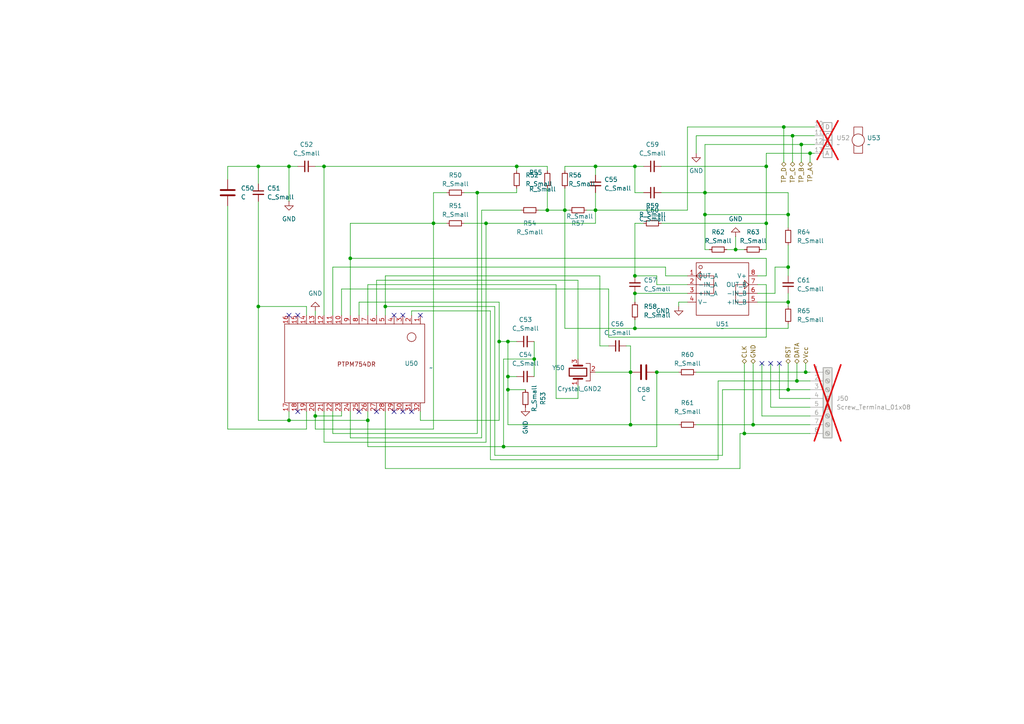
<source format=kicad_sch>
(kicad_sch (version 20250114) (generator "eeschema") (generator_version "9.0")
  (paper "A4")
  (lib_symbols
    (symbol "Connector:Screw_Terminal_01x08" (pin_names (offset 1.016) (hide yes))
      (property "Reference" "J" (at 0 10.16 0))
      (property "Value" "Screw_Terminal_01x08" (at 0 -12.7 0))
      (symbol "Screw_Terminal_01x08_1_1"
        (rectangle (start -1.27 8.89) (end 1.27 -11.43) (stroke (width 0.254)) (fill (type background)))
        (polyline (pts (xy -0.5334 7.9502) (xy 0.3302 7.112)) (stroke (width 0.1524)))
        (polyline (pts (xy -0.5334 5.4102) (xy 0.3302 4.572)) (stroke (width 0.1524)))
        (polyline (pts (xy -0.5334 2.8702) (xy 0.3302 2.032)) (stroke (width 0.1524)))
        (polyline (pts (xy -0.5334 0.3302) (xy 0.3302 -0.508)) (stroke (width 0.1524)))
        (polyline (pts (xy -0.5334 -2.2098) (xy 0.3302 -3.048)) (stroke (width 0.1524)))
        (polyline (pts (xy -0.5334 -4.7498) (xy 0.3302 -5.588)) (stroke (width 0.1524)))
        (polyline (pts (xy -0.5334 -7.2898) (xy 0.3302 -8.128)) (stroke (width 0.1524)))
        (polyline (pts (xy -0.5334 -9.8298) (xy 0.3302 -10.668)) (stroke (width 0.1524)))
        (polyline (pts (xy -0.3556 8.128) (xy 0.508 7.2898)) (stroke (width 0.1524)))
        (polyline (pts (xy -0.3556 5.588) (xy 0.508 4.7498)) (stroke (width 0.1524)))
        (polyline (pts (xy -0.3556 3.048) (xy 0.508 2.2098)) (stroke (width 0.1524)))
        (polyline (pts (xy -0.3556 0.508) (xy 0.508 -0.3302)) (stroke (width 0.1524)))
        (polyline (pts (xy -0.3556 -2.032) (xy 0.508 -2.8702)) (stroke (width 0.1524)))
        (polyline (pts (xy -0.3556 -4.572) (xy 0.508 -5.4102)) (stroke (width 0.1524)))
        (polyline (pts (xy -0.3556 -7.112) (xy 0.508 -7.9502)) (stroke (width 0.1524)))
        (polyline (pts (xy -0.3556 -9.652) (xy 0.508 -10.4902)) (stroke (width 0.1524)))
        (circle (center 0 7.62) (radius 0.635) (stroke (width 0.1524)))
        (circle (center 0 5.08) (radius 0.635) (stroke (width 0.1524)))
        (circle (center 0 2.54) (radius 0.635) (stroke (width 0.1524)))
        (circle (center 0 0) (radius 0.635) (stroke (width 0.1524)))
        (circle (center 0 -2.54) (radius 0.635) (stroke (width 0.1524)))
        (circle (center 0 -5.08) (radius 0.635) (stroke (width 0.1524)))
        (circle (center 0 -7.62) (radius 0.635) (stroke (width 0.1524)))
        (circle (center 0 -10.16) (radius 0.635) (stroke (width 0.1524)))
        (pin passive line (at -5.08 7.62 0) (length 3.81) (name "Pin_1") (number "1"))
        (pin passive line (at -5.08 5.08 0) (length 3.81) (name "Pin_2") (number "2"))
        (pin passive line (at -5.08 2.54 0) (length 3.81) (name "Pin_3") (number "3"))
        (pin passive line (at -5.08 0 0) (length 3.81) (name "Pin_4") (number "4"))
        (pin passive line (at -5.08 -2.54 0) (length 3.81) (name "Pin_5") (number "5"))
        (pin passive line (at -5.08 -5.08 0) (length 3.81) (name "Pin_6") (number "6"))
        (pin passive line (at -5.08 -7.62 0) (length 3.81) (name "Pin_7") (number "7"))
        (pin passive line (at -5.08 -10.16 0) (length 3.81) (name "Pin_8") (number "8"))
      )
    )
    (symbol "Device:C" (pin_numbers (hide yes)) (pin_names (offset 0.254))
      (property "Reference" "C" (at 0.635 2.54 0))
      (property "Value" "C" (at 0.635 -2.54 0))
      (symbol "C_0_1"
        (polyline (pts (xy -2.032 0.762) (xy 2.032 0.762)) (stroke (width 0.508)))
        (polyline (pts (xy -2.032 -0.762) (xy 2.032 -0.762)) (stroke (width 0.508)))
      )
      (symbol "C_1_1"
        (pin passive line (at 0 3.81 270) (length 2.794) (name "~") (number "1"))
        (pin passive line (at 0 -3.81 90) (length 2.794) (name "~") (number "2"))
      )
    )
    (symbol "Device:C_Small" (pin_numbers (hide yes)) (pin_names (offset 0.254) (hide yes))
      (property "Reference" "C" (at 0.254 1.778 0))
      (property "Value" "C_Small" (at 0.254 -2.032 0))
      (symbol "C_Small_0_1"
        (polyline (pts (xy -1.524 0.508) (xy 1.524 0.508)) (stroke (width 0.3048)))
        (polyline (pts (xy -1.524 -0.508) (xy 1.524 -0.508)) (stroke (width 0.3302)))
      )
      (symbol "C_Small_1_1"
        (pin passive line (at 0 2.54 270) (length 2.032) (name "~") (number "1"))
        (pin passive line (at 0 -2.54 90) (length 2.032) (name "~") (number "2"))
      )
    )
    (symbol "Device:Crystal_GND2" (pin_names (offset 1.016) (hide yes))
      (property "Reference" "Y" (at 0 5.715 0))
      (property "Value" "Crystal_GND2" (at 0 3.81 0))
      (symbol "Crystal_GND2_0_1"
        (polyline (pts (xy -2.54 0) (xy -1.905 0)))
        (polyline (pts (xy -2.54 -2.286) (xy -2.54 -3.556) (xy 2.54 -3.556) (xy 2.54 -2.286)))
        (polyline (pts (xy -1.905 -1.27) (xy -1.905 1.27)) (stroke (width 0.508)))
        (rectangle (start -1.143 2.54) (end 1.143 -2.54) (stroke (width 0.3048)))
        (polyline (pts (xy 0 -3.81) (xy 0 -3.556)))
        (polyline (pts (xy 1.905 1.27) (xy 1.905 -1.27)) (stroke (width 0.508)))
        (polyline (pts (xy 1.905 0) (xy 2.54 0)))
      )
      (symbol "Crystal_GND2_1_1"
        (pin passive line (at -3.81 0 0) (length 1.27) (name "1") (number "1"))
        (pin passive line (at 0 -5.08 90) (length 1.27) (name "2") (number "2"))
        (pin passive line (at 3.81 0 180) (length 1.27) (name "3") (number "3"))
      )
    )
    (symbol "Device:R_Small" (pin_numbers (hide yes)) (pin_names (offset 0.254) (hide yes))
      (property "Reference" "R" (at 0.762 0.508 0))
      (property "Value" "R_Small" (at 0.762 -1.016 0))
      (symbol "R_Small_0_1"
        (rectangle (start -0.762 1.778) (end 0.762 -1.778) (stroke (width 0.2032)))
      )
      (symbol "R_Small_1_1"
        (pin passive line (at 0 2.54 270) (length 0.762) (name "~") (number "1"))
        (pin passive line (at 0 -2.54 90) (length 0.762) (name "~") (number "2"))
      )
    )
    (symbol "Trackpoint:Connector"
      (property "Reference" "U" (at -7.112 0 0))
      (symbol "Connector_0_1"
        (rectangle (start -5.08 1.27) (end 5.08 -1.27))
        (rectangle (start -2.54 1.27) (end 0 -1.27))
        (rectangle (start -2.54 -1.27) (end -5.08 1.27))
        (rectangle (start 0 1.27) (end 2.54 -1.27))
        (rectangle (start 2.54 1.27) (end 5.08 -1.27))
      )
      (symbol "Connector_1_1"
        (pin bidirectional line (at -3.81 -3.81 90) (length 2.54) (name "D") (number "10"))
        (pin bidirectional line (at -1.27 -3.81 90) (length 2.54) (name "C") (number "11"))
        (pin bidirectional line (at 1.27 -3.81 90) (length 2.54) (name "B") (number "12"))
        (pin bidirectional line (at 3.81 -3.81 90) (length 2.54) (name "A") (number "13"))
      )
    )
    (symbol "Trackpoint:LMC6032"
      (property "Reference" "U" (at 0 -1.524 0))
      (symbol "LMC6032_0_1"
        (rectangle (start -7.62 11.43) (end 7.62 -3.81))
        (polyline (pts (xy -7.62 5.08) (xy -3.81 5.08) (xy -2.54 5.08) (xy -2.54 7.62) (xy -7.62 7.62) (xy -6.35 8.89) (xy -6.35 6.35) (xy -7.62 7.62)))
        (polyline (pts (xy -7.62 2.54) (xy -2.54 2.54) (xy -2.54 5.08)))
        (circle (center -6.35 10.16) (radius 0.5))
        (polyline (pts (xy 7.62 5.08) (xy 6.35 6.35) (xy 6.35 3.81) (xy 7.62 5.08)))
        (polyline (pts (xy 7.62 2.54) (xy 3.81 2.54) (xy 3.81 5.08) (xy 6.35 5.08)))
        (polyline (pts (xy 7.62 0) (xy 3.81 0) (xy 3.81 2.54)))
      )
      (symbol "LMC6032_1_1"
        (pin output line (at -10.16 7.62 0) (length 2.54) (name "OUT_A") (number "1"))
        (pin input line (at -10.16 5.08 0) (length 2.54) (name "-IN_A") (number "2"))
        (pin input line (at -10.16 2.54 0) (length 2.54) (name "+IN_A") (number "3"))
        (pin power_in line (at -10.16 0 0) (length 2.54) (name "V-") (number "4"))
        (pin power_in line (at 10.16 7.62 180) (length 2.54) (name "V+") (number "8"))
        (pin output line (at 10.16 5.08 180) (length 2.54) (name "OUT_B") (number "7"))
        (pin input line (at 10.16 2.54 180) (length 2.54) (name "-IN_B") (number "6"))
        (pin input line (at 10.16 0 180) (length 2.54) (name "+IN_B") (number "5"))
      )
    )
    (symbol "Trackpoint:PTPM754DR"
      (property "Reference" "U" (at 0 -2.286 0))
      (symbol "PTPM754DR_0_1"
        (rectangle (start -20.32 11.43) (end 20.32 -11.43))
        (arc (start 15.24 7.62) (mid 15.612 8.518) (end 16.51 8.89))
        (arc (start 16.51 8.89) (mid 17.408 8.518) (end 17.78 7.62))
        (arc (start 16.51 6.35) (mid 15.612 6.722) (end 15.24 7.62))
        (arc (start 17.78 7.62) (mid 17.408 6.722) (end 16.51 6.35))
      )
      (symbol "PTPM754DR_1_1"
        (text "PTPM754DR" (at 0.508 -0.254 0) (effects (font (size 1.27 1.27))))
        (pin bidirectional line (at -19.05 13.97 270) (length 2.54) (name "") (number "16"))
        (pin bidirectional line (at -19.05 -13.97 90) (length 2.54) (name "") (number "17"))
        (pin bidirectional line (at -16.51 13.97 270) (length 2.54) (name "") (number "15"))
        (pin bidirectional line (at -16.51 -13.97 90) (length 2.54) (name "") (number "18"))
        (pin bidirectional line (at -13.97 13.97 270) (length 2.54) (name "") (number "14"))
        (pin bidirectional line (at -13.97 -13.97 90) (length 2.54) (name "") (number "19"))
        (pin bidirectional line (at -11.43 13.97 270) (length 2.54) (name "") (number "13"))
        (pin bidirectional line (at -11.43 -13.97 90) (length 2.54) (name "") (number "20"))
        (pin bidirectional line (at -8.89 13.97 270) (length 2.54) (name "") (number "12"))
        (pin bidirectional line (at -8.89 -13.97 90) (length 2.54) (name "") (number "21"))
        (pin bidirectional line (at -6.35 13.97 270) (length 2.54) (name "") (number "11"))
        (pin bidirectional line (at -6.35 -13.97 90) (length 2.54) (name "") (number "22"))
        (pin bidirectional line (at -3.81 13.97 270) (length 2.54) (name "") (number "10"))
        (pin bidirectional line (at -3.81 -13.97 90) (length 2.54) (name "") (number "23"))
        (pin bidirectional line (at -1.27 13.97 270) (length 2.54) (name "") (number "9"))
        (pin bidirectional line (at -1.27 -13.97 90) (length 2.54) (name "") (number "24"))
        (pin bidirectional line (at 1.27 13.97 270) (length 2.54) (name "") (number "8"))
        (pin bidirectional line (at 1.27 -13.97 90) (length 2.54) (name "") (number "25"))
        (pin bidirectional line (at 3.81 13.97 270) (length 2.54) (name "") (number "7"))
        (pin bidirectional line (at 3.81 -13.97 90) (length 2.54) (name "") (number "26"))
        (pin bidirectional line (at 6.35 13.97 270) (length 2.54) (name "") (number "6"))
        (pin bidirectional line (at 6.35 -13.97 90) (length 2.54) (name "") (number "27"))
        (pin bidirectional line (at 8.89 13.97 270) (length 2.54) (name "") (number "5"))
        (pin bidirectional line (at 8.89 -13.97 90) (length 2.54) (name "") (number "28"))
        (pin bidirectional line (at 11.43 13.97 270) (length 2.54) (name "") (number "4"))
        (pin bidirectional line (at 11.43 -13.97 90) (length 2.54) (name "") (number "29"))
        (pin bidirectional line (at 13.97 13.97 270) (length 2.54) (name "") (number "3"))
        (pin bidirectional line (at 13.97 -13.97 90) (length 2.54) (name "") (number "30"))
        (pin bidirectional line (at 16.51 13.97 270) (length 2.54) (name "") (number "2"))
        (pin bidirectional line (at 16.51 -13.97 90) (length 2.54) (name "") (number "31"))
        (pin bidirectional line (at 19.05 13.97 270) (length 2.54) (name "") (number "1"))
        (pin bidirectional line (at 19.05 -13.97 90) (length 2.54) (name "") (number "32"))
      )
    )
    (symbol "Trackpoint:Sensor"
      (property "Reference" "U" (at 0 0 0))
      (symbol "Sensor_0_1"
        (polyline (pts (xy -1.27 -1.27) (xy -1.27 -3.81) (xy 1.27 -3.81) (xy 1.27 -1.27)))
        (circle (center 0 0) (radius 1.7961))
        (polyline (pts (xy 1.27 1.27) (xy 1.27 3.81) (xy -1.27 3.81) (xy -1.27 1.27)))
      )
    )
    (symbol "power:GND" (power) (pin_numbers (hide yes)) (pin_names (offset 0) (hide yes))
      (property "Value" "GND" (at 0 -3.81 0))
      (symbol "GND_0_1"
        (polyline (pts (xy 0 0) (xy 0 -1.27) (xy 1.27 -1.27) (xy 0 -2.54) (xy -1.27 -1.27) (xy 0 -1.27)))
      )
      (symbol "GND_1_1"
        (pin power_in line (at 0 0 270) (length 0) (name "~") (number "1"))
      )
    )
  )
  (junction (at 222.25 48.26))
  (junction (at 149.86 48.26))
  (junction (at 83.82 121.92))
  (junction (at 228.6 62.23))
  (junction (at 83.82 48.26))
  (junction (at 144.78 99.06))
  (junction (at 158.75 60.96))
  (junction (at 111.76 88.9))
  (junction (at 184.15 80.01))
  (junction (at 93.98 48.26))
  (junction (at 140.97 64.77))
  (junction (at 147.32 99.06))
  (junction (at 101.6 74.93))
  (junction (at 182.88 107.95))
  (junction (at 184.15 48.26))
  (junction (at 74.93 48.26))
  (junction (at 154.94 104.14))
  (junction (at 163.83 60.96))
  (junction (at 147.32 113.03))
  (junction (at 184.15 85.09))
  (junction (at 190.5 107.95))
  (junction (at 74.93 88.9))
  (junction (at 233.68 107.95))
  (junction (at 204.47 62.23))
  (junction (at 125.73 64.77))
  (junction (at 91.44 120.65))
  (junction (at 228.6 77.47))
  (junction (at 184.15 95.25))
  (junction (at 172.72 60.96))
  (junction (at 172.72 48.26))
  (junction (at 106.68 121.92))
  (junction (at 229.87 39.37))
  (junction (at 228.6 113.03))
  (junction (at 182.88 123.19))
  (junction (at 228.6 87.63))
  (junction (at 222.25 64.77))
  (junction (at 234.95 44.45))
  (junction (at 213.36 72.39))
  (junction (at 215.9 125.73))
  (junction (at 147.32 109.22))
  (junction (at 232.41 41.91))
  (junction (at 146.05 129.54))
  (junction (at 218.44 123.19))
  (junction (at 138.43 55.88))
  (junction (at 204.47 55.88))
  (junction (at 231.14 110.49))
  (junction (at 227.33 36.83))
  (no_connect (at 119.38 119.38))
  (no_connect (at 109.22 119.38))
  (no_connect (at 116.84 91.44))
  (no_connect (at 220.98 105.41))
  (no_connect (at 116.84 119.38))
  (no_connect (at 121.92 91.44))
  (no_connect (at 86.36 119.38))
  (no_connect (at 83.82 91.44))
  (no_connect (at 223.52 105.41))
  (no_connect (at 104.14 119.38))
  (no_connect (at 226.06 105.41))
  (no_connect (at 114.3 119.38))
  (no_connect (at 114.3 91.44))
  (no_connect (at 86.36 91.44))
  (wire (pts (xy 149.86 99.06) (xy 147.32 99.06)))
  (wire (pts (xy 146.05 129.54) (xy 146.05 104.14)))
  (wire (pts (xy 172.72 55.88) (xy 172.72 60.96)))
  (wire (pts (xy 101.6 127) (xy 139.7 127)))
  (wire (pts (xy 172.72 107.95) (xy 182.88 107.95)))
  (wire (pts (xy 201.93 123.19) (xy 218.44 123.19)))
  (wire (pts (xy 129.54 64.77) (xy 125.73 64.77)))
  (wire (pts (xy 147.32 113.03) (xy 147.32 123.19)))
  (wire (pts (xy 229.87 39.37) (xy 236.22 39.37)))
  (wire (pts (xy 147.32 123.19) (xy 182.88 123.19)))
  (wire (pts (xy 66.04 48.26) (xy 66.04 52.07)))
  (wire (pts (xy 182.88 107.95) (xy 182.88 123.19)))
  (wire (pts (xy 143.51 88.9) (xy 143.51 132.08)))
  (wire (pts (xy 199.39 36.83) (xy 227.33 36.83)))
  (wire (pts (xy 228.6 55.88) (xy 228.6 62.23)))
  (wire (pts (xy 154.94 99.06) (xy 154.94 104.14)))
  (wire (pts (xy 220.98 105.41) (xy 220.98 120.65)))
  (wire (pts (xy 93.98 119.38) (xy 93.98 128.27)))
  (wire (pts (xy 104.14 91.44) (xy 104.14 87.63)))
  (wire (pts (xy 146.05 104.14) (xy 154.94 104.14)))
  (wire (pts (xy 165.1 60.96) (xy 163.83 60.96)))
  (wire (pts (xy 215.9 125.73) (xy 234.95 125.73)))
  (wire (pts (xy 199.39 36.83) (xy 199.39 60.96)))
  (wire (pts (xy 222.25 80.01) (xy 219.71 80.01)))
  (wire (pts (xy 149.86 55.88) (xy 149.86 54.61)))
  (wire (pts (xy 226.06 105.41) (xy 226.06 115.57)))
  (wire (pts (xy 152.4 113.03) (xy 147.32 113.03)))
  (wire (pts (xy 167.64 115.57) (xy 167.64 111.76)))
  (wire (pts (xy 140.97 64.77) (xy 140.97 128.27)))
  (wire (pts (xy 204.47 72.39) (xy 205.74 72.39)))
  (wire (pts (xy 104.14 87.63) (xy 144.78 87.63)))
  (wire (pts (xy 147.32 109.22) (xy 147.32 113.03)))
  (wire (pts (xy 184.15 87.63) (xy 184.15 85.09)))
  (wire (pts (xy 158.75 49.53) (xy 158.75 48.26)))
  (wire (pts (xy 201.93 39.37) (xy 229.87 39.37)))
  (wire (pts (xy 228.6 88.9) (xy 228.6 87.63)))
  (wire (pts (xy 234.95 115.57) (xy 226.06 115.57)))
  (wire (pts (xy 101.6 91.44) (xy 101.6 74.93)))
  (wire (pts (xy 74.93 48.26) (xy 83.82 48.26)))
  (wire (pts (xy 167.64 81.28) (xy 109.22 81.28)))
  (wire (pts (xy 218.44 123.19) (xy 234.95 123.19)))
  (wire (pts (xy 184.15 92.71) (xy 184.15 95.25)))
  (wire (pts (xy 144.78 99.06) (xy 144.78 121.92)))
  (wire (pts (xy 158.75 48.26) (xy 149.86 48.26)))
  (wire (pts (xy 163.83 48.26) (xy 172.72 48.26)))
  (wire (pts (xy 220.98 120.65) (xy 234.95 120.65)))
  (wire (pts (xy 147.32 99.06) (xy 147.32 109.22)))
  (wire (pts (xy 99.06 120.65) (xy 99.06 119.38)))
  (wire (pts (xy 184.15 55.88) (xy 184.15 48.26)))
  (wire (pts (xy 204.47 72.39) (xy 204.47 62.23)))
  (wire (pts (xy 172.72 60.96) (xy 170.18 60.96)))
  (wire (pts (xy 101.6 74.93) (xy 222.25 74.93)))
  (wire (pts (xy 204.47 41.91) (xy 232.41 41.91)))
  (wire (pts (xy 228.6 95.25) (xy 228.6 93.98)))
  (wire (pts (xy 222.25 97.79) (xy 222.25 82.55)))
  (wire (pts (xy 193.04 80.01) (xy 199.39 80.01)))
  (wire (pts (xy 96.52 77.47) (xy 193.04 77.47)))
  (wire (pts (xy 88.9 119.38) (xy 88.9 124.46)))
  (wire (pts (xy 232.41 41.91) (xy 236.22 41.91)))
  (wire (pts (xy 190.5 82.55) (xy 199.39 82.55)))
  (wire (pts (xy 125.73 64.77) (xy 125.73 124.46)))
  (wire (pts (xy 209.55 113.03) (xy 228.6 113.03)))
  (wire (pts (xy 214.63 125.73) (xy 215.9 125.73)))
  (wire (pts (xy 204.47 62.23) (xy 204.47 55.88)))
  (wire (pts (xy 88.9 124.46) (xy 66.04 124.46)))
  (wire (pts (xy 91.44 124.46) (xy 125.73 124.46)))
  (wire (pts (xy 93.98 48.26) (xy 93.98 91.44)))
  (wire (pts (xy 158.75 54.61) (xy 158.75 60.96)))
  (wire (pts (xy 134.62 64.77) (xy 140.97 64.77)))
  (wire (pts (xy 234.95 107.95) (xy 233.68 107.95)))
  (wire (pts (xy 74.93 58.42) (xy 74.93 88.9)))
  (wire (pts (xy 232.41 41.91) (xy 232.41 46.99)))
  (wire (pts (xy 167.64 81.28) (xy 167.64 104.14)))
  (wire (pts (xy 111.76 80.01) (xy 111.76 88.9)))
  (wire (pts (xy 234.95 44.45) (xy 236.22 44.45)))
  (wire (pts (xy 129.54 55.88) (xy 125.73 55.88)))
  (wire (pts (xy 88.9 88.9) (xy 88.9 91.44)))
  (wire (pts (xy 172.72 48.26) (xy 184.15 48.26)))
  (wire (pts (xy 172.72 60.96) (xy 199.39 60.96)))
  (wire (pts (xy 196.85 87.63) (xy 199.39 87.63)))
  (wire (pts (xy 229.87 39.37) (xy 229.87 46.99)))
  (wire (pts (xy 173.99 80.01) (xy 111.76 80.01)))
  (wire (pts (xy 204.47 62.23) (xy 228.6 62.23)))
  (wire (pts (xy 91.44 120.65) (xy 91.44 124.46)))
  (wire (pts (xy 173.99 100.33) (xy 173.99 80.01)))
  (wire (pts (xy 224.79 77.47) (xy 228.6 77.47)))
  (wire (pts (xy 213.36 72.39) (xy 215.9 72.39)))
  (wire (pts (xy 146.05 129.54) (xy 190.5 129.54)))
  (wire (pts (xy 233.68 105.41) (xy 233.68 107.95)))
  (wire (pts (xy 106.68 119.38) (xy 106.68 121.92)))
  (wire (pts (xy 121.92 121.92) (xy 144.78 121.92)))
  (wire (pts (xy 234.95 44.45) (xy 234.95 46.99)))
  (wire (pts (xy 176.53 100.33) (xy 173.99 100.33)))
  (wire (pts (xy 196.85 88.9) (xy 196.85 87.63)))
  (wire (pts (xy 222.25 64.77) (xy 222.25 72.39)))
  (wire (pts (xy 182.88 107.95) (xy 182.88 100.33)))
  (wire (pts (xy 222.25 74.93) (xy 222.25 80.01)))
  (wire (pts (xy 106.68 82.55) (xy 106.68 91.44)))
  (wire (pts (xy 91.44 48.26) (xy 93.98 48.26)))
  (wire (pts (xy 172.72 48.26) (xy 172.72 50.8)))
  (wire (pts (xy 184.15 85.09) (xy 199.39 85.09)))
  (wire (pts (xy 227.33 36.83) (xy 236.22 36.83)))
  (wire (pts (xy 96.52 91.44) (xy 96.52 77.47)))
  (wire (pts (xy 176.53 83.82) (xy 176.53 97.79)))
  (wire (pts (xy 191.77 64.77) (xy 222.25 64.77)))
  (wire (pts (xy 184.15 80.01) (xy 190.5 80.01)))
  (wire (pts (xy 93.98 128.27) (xy 140.97 128.27)))
  (wire (pts (xy 138.43 55.88) (xy 138.43 125.73)))
  (wire (pts (xy 172.72 60.96) (xy 172.72 64.77)))
  (wire (pts (xy 190.5 107.95) (xy 196.85 107.95)))
  (wire (pts (xy 163.83 48.26) (xy 163.83 49.53)))
  (wire (pts (xy 181.61 100.33) (xy 182.88 100.33)))
  (wire (pts (xy 219.71 87.63) (xy 228.6 87.63)))
  (wire (pts (xy 161.29 82.55) (xy 161.29 115.57)))
  (wire (pts (xy 109.22 81.28) (xy 109.22 91.44)))
  (wire (pts (xy 228.6 85.09) (xy 228.6 87.63)))
  (wire (pts (xy 96.52 119.38) (xy 96.52 125.73)))
  (wire (pts (xy 83.82 48.26) (xy 86.36 48.26)))
  (wire (pts (xy 186.69 48.26) (xy 184.15 48.26)))
  (wire (pts (xy 111.76 135.89) (xy 214.63 135.89)))
  (wire (pts (xy 223.52 105.41) (xy 223.52 118.11)))
  (wire (pts (xy 224.79 85.09) (xy 224.79 77.47)))
  (wire (pts (xy 193.04 77.47) (xy 193.04 80.01)))
  (wire (pts (xy 140.97 64.77) (xy 172.72 64.77)))
  (wire (pts (xy 218.44 105.41) (xy 218.44 123.19)))
  (wire (pts (xy 176.53 97.79) (xy 222.25 97.79)))
  (wire (pts (xy 74.93 48.26) (xy 74.93 53.34)))
  (wire (pts (xy 74.93 88.9) (xy 74.93 121.92)))
  (wire (pts (xy 106.68 121.92) (xy 106.68 129.54)))
  (wire (pts (xy 144.78 87.63) (xy 144.78 99.06)))
  (wire (pts (xy 83.82 121.92) (xy 106.68 121.92)))
  (wire (pts (xy 222.25 82.55) (xy 219.71 82.55)))
  (wire (pts (xy 233.68 107.95) (xy 201.93 107.95)))
  (wire (pts (xy 74.93 121.92) (xy 83.82 121.92)))
  (wire (pts (xy 222.25 72.39) (xy 220.98 72.39)))
  (wire (pts (xy 121.92 121.92) (xy 121.92 119.38)))
  (wire (pts (xy 214.63 135.89) (xy 214.63 125.73)))
  (wire (pts (xy 111.76 119.38) (xy 111.76 135.89)))
  (wire (pts (xy 144.78 99.06) (xy 147.32 99.06)))
  (wire (pts (xy 190.5 80.01) (xy 190.5 82.55)))
  (wire (pts (xy 154.94 104.14) (xy 154.94 109.22)))
  (wire (pts (xy 91.44 119.38) (xy 91.44 120.65)))
  (wire (pts (xy 111.76 88.9) (xy 143.51 88.9)))
  (wire (pts (xy 184.15 95.25) (xy 228.6 95.25)))
  (wire (pts (xy 209.55 132.08) (xy 209.55 113.03)))
  (wire (pts (xy 99.06 83.82) (xy 176.53 83.82)))
  (wire (pts (xy 161.29 115.57) (xy 167.64 115.57)))
  (wire (pts (xy 119.38 90.17) (xy 142.24 90.17)))
  (wire (pts (xy 231.14 110.49) (xy 234.95 110.49)))
  (wire (pts (xy 219.71 85.09) (xy 224.79 85.09)))
  (wire (pts (xy 163.83 54.61) (xy 163.83 60.96)))
  (wire (pts (xy 228.6 71.12) (xy 228.6 77.47)))
  (wire (pts (xy 149.86 109.22) (xy 147.32 109.22)))
  (wire (pts (xy 139.7 127) (xy 139.7 60.96)))
  (wire (pts (xy 201.93 44.45) (xy 201.93 39.37)))
  (wire (pts (xy 228.6 105.41) (xy 228.6 113.03)))
  (wire (pts (xy 191.77 48.26) (xy 222.25 48.26)))
  (wire (pts (xy 182.88 123.19) (xy 196.85 123.19)))
  (wire (pts (xy 156.21 60.96) (xy 158.75 60.96)))
  (wire (pts (xy 66.04 59.69) (xy 66.04 124.46)))
  (wire (pts (xy 213.36 68.58) (xy 213.36 72.39)))
  (wire (pts (xy 83.82 58.42) (xy 83.82 48.26)))
  (wire (pts (xy 222.25 48.26) (xy 222.25 44.45)))
  (wire (pts (xy 125.73 55.88) (xy 125.73 64.77)))
  (wire (pts (xy 208.28 110.49) (xy 231.14 110.49)))
  (wire (pts (xy 208.28 133.35) (xy 208.28 110.49)))
  (wire (pts (xy 228.6 113.03) (xy 234.95 113.03)))
  (wire (pts (xy 204.47 41.91) (xy 204.47 55.88)))
  (wire (pts (xy 91.44 120.65) (xy 99.06 120.65)))
  (wire (pts (xy 228.6 55.88) (xy 204.47 55.88)))
  (wire (pts (xy 227.33 36.83) (xy 227.33 46.99)))
  (wire (pts (xy 191.77 55.88) (xy 204.47 55.88)))
  (wire (pts (xy 99.06 91.44) (xy 99.06 83.82)))
  (wire (pts (xy 184.15 64.77) (xy 184.15 80.01)))
  (wire (pts (xy 101.6 64.77) (xy 101.6 74.93)))
  (wire (pts (xy 158.75 60.96) (xy 163.83 60.96)))
  (wire (pts (xy 186.69 64.77) (xy 184.15 64.77)))
  (wire (pts (xy 163.83 95.25) (xy 184.15 95.25)))
  (wire (pts (xy 223.52 118.11) (xy 234.95 118.11)))
  (wire (pts (xy 106.68 129.54) (xy 146.05 129.54)))
  (wire (pts (xy 119.38 91.44) (xy 119.38 90.17)))
  (wire (pts (xy 142.24 133.35) (xy 208.28 133.35)))
  (wire (pts (xy 143.51 132.08) (xy 209.55 132.08)))
  (wire (pts (xy 210.82 72.39) (xy 213.36 72.39)))
  (wire (pts (xy 222.25 48.26) (xy 222.25 64.77)))
  (wire (pts (xy 149.86 49.53) (xy 149.86 48.26)))
  (wire (pts (xy 74.93 88.9) (xy 88.9 88.9)))
  (wire (pts (xy 186.69 55.88) (xy 184.15 55.88)))
  (wire (pts (xy 101.6 119.38) (xy 101.6 127)))
  (wire (pts (xy 96.52 125.73) (xy 138.43 125.73)))
  (wire (pts (xy 190.5 107.95) (xy 190.5 129.54)))
  (wire (pts (xy 139.7 60.96) (xy 151.13 60.96)))
  (wire (pts (xy 163.83 60.96) (xy 163.83 95.25)))
  (wire (pts (xy 231.14 105.41) (xy 231.14 110.49)))
  (wire (pts (xy 93.98 48.26) (xy 149.86 48.26)))
  (wire (pts (xy 215.9 105.41) (xy 215.9 125.73)))
  (wire (pts (xy 161.29 82.55) (xy 106.68 82.55)))
  (wire (pts (xy 134.62 55.88) (xy 138.43 55.88)))
  (wire (pts (xy 83.82 119.38) (xy 83.82 121.92)))
  (wire (pts (xy 66.04 48.26) (xy 74.93 48.26)))
  (wire (pts (xy 142.24 90.17) (xy 142.24 133.35)))
  (wire (pts (xy 91.44 90.17) (xy 91.44 91.44)))
  (wire (pts (xy 111.76 91.44) (xy 111.76 88.9)))
  (wire (pts (xy 125.73 64.77) (xy 101.6 64.77)))
  (wire (pts (xy 222.25 44.45) (xy 234.95 44.45)))
  (wire (pts (xy 138.43 55.88) (xy 149.86 55.88)))
  (wire (pts (xy 228.6 80.01) (xy 228.6 77.47)))
  (wire (pts (xy 228.6 66.04) (xy 228.6 62.23)))
  (hierarchical_label "RST" (shape bidirectional) (at 228.6 105.41 90))
  (hierarchical_label "GND" (shape bidirectional) (at 218.44 105.41 90))
  (hierarchical_label "TP_D" (shape bidirectional) (at 227.33 46.99 270))
  (hierarchical_label "CLK" (shape bidirectional) (at 215.9 105.41 90))
  (hierarchical_label "Vcc" (shape bidirectional) (at 233.68 105.41 90))
  (hierarchical_label "TP_A" (shape bidirectional) (at 234.95 46.99 270))
  (hierarchical_label "DATA" (shape bidirectional) (at 231.14 105.41 90))
  (hierarchical_label "TP_C" (shape bidirectional) (at 229.87 46.99 270))
  (hierarchical_label "TP_B" (shape bidirectional) (at 232.41 46.99 270))
  (symbol (lib_id "Device:R_Small") (at 189.23 64.77 270) (unit 1) (in_bom no)
    (property "Reference" "R59" (at 189.23 59.69 90))
    (property "Value" "R_Small" (at 189.23 62.23 90))
    (property "Footprint" "Resistor_SMD:R_0402_1005Metric" (effects (hide yes)))
    (property "Description" "Resistor, small symbol" (effects (hide yes)))
  )
  (symbol (lib_id "Device:R_Small") (at 149.86 52.07 180) (unit 1) (in_bom no)
    (property "Reference" "R52" (at 152.4 50.7999 0) (effects (justify right)))
    (property "Value" "R_Small" (at 152.4 53.3399 0) (effects (justify right)))
    (property "Footprint" "Resistor_SMD:R_0402_1005Metric" (effects (hide yes)))
    (property "Description" "Resistor, small symbol" (effects (hide yes)))
  )
  (symbol (lib_id "Device:C_Small") (at 88.9 48.26 270) (unit 1) (in_bom no)
    (property "Reference" "C52" (at 88.8936 41.91 90))
    (property "Value" "C_Small" (at 88.8936 44.45 90))
    (property "Footprint" "Capacitor_SMD:C_0603_1608Metric" (effects (hide yes)))
    (property "Description" "Unpolarized capacitor, small symbol" (effects (hide yes)))
  )
  (symbol (lib_id "Device:R_Small") (at 218.44 72.39 270) (unit 1) (in_bom no)
    (property "Reference" "R63" (at 218.44 67.31 90))
    (property "Value" "R_Small" (at 218.44 69.85 90))
    (property "Footprint" "Resistor_SMD:R_0603_1608Metric" (effects (hide yes)))
    (property "Description" "Resistor, small symbol" (effects (hide yes)))
  )
  (symbol (lib_id "Device:R_Small") (at 158.75 52.07 180) (unit 1) (in_bom no)
    (property "Reference" "R55" (at 153.416 50.038 0) (effects (justify right)))
    (property "Value" "R_Small" (at 153.416 54.864 0) (effects (justify right)))
    (property "Footprint" "Resistor_SMD:R_0402_1005Metric" (effects (hide yes)))
    (property "Description" "Resistor, small symbol" (effects (hide yes)))
  )
  (symbol (lib_id "Device:C_Small") (at 189.23 48.26 90) (unit 1) (in_bom no)
    (property "Reference" "C59" (at 189.2363 41.91 90))
    (property "Value" "C_Small" (at 189.2363 44.45 90))
    (property "Footprint" "Capacitor_SMD:C_0402_1005Metric" (effects (hide yes)))
    (property "Description" "Unpolarized capacitor, small symbol" (effects (hide yes)))
  )
  (symbol (lib_id "Trackpoint:PTPM754DR") (at 102.87 105.41 0) (unit 1) (in_bom no)
    (property "Reference" "U50" (at 117.348 105.41 0) (effects (justify left)))
    (property "Value" "~" (at 124.46 106.68 0) (effects (justify left)))
    (property "Footprint" "Trackpoint:SSOP-32_6.1x11mm_P0.65mm" (effects (hide yes)))
  )
  (symbol (lib_id "Device:R_Small") (at 132.08 64.77 90) (unit 1) (in_bom no)
    (property "Reference" "R51" (at 132.08 59.69 90))
    (property "Value" "R_Small" (at 132.08 62.23 90))
    (property "Footprint" "Resistor_SMD:R_0402_1005Metric" (effects (hide yes)))
    (property "Description" "Resistor, small symbol" (effects (hide yes)))
  )
  (symbol (lib_id "power:GND") (at 196.85 88.9 0) (unit 1)
    (property "Reference" "#PWR053" (effects (hide yes)))
    (property "Value" "GND" (at 194.31 90.1699 0) (effects (justify right)))
    (property "Description" "Power symbol creates a global label with name \"GND\" , ground" (effects (hide yes)))
  )
  (symbol (lib_id "Device:R_Small") (at 199.39 123.19 270) (unit 1) (in_bom no)
    (property "Reference" "R61" (at 199.39 116.84 90))
    (property "Value" "R_Small" (at 199.39 119.38 90))
    (property "Footprint" "Resistor_SMD:R_0402_1005Metric" (effects (hide yes)))
    (property "Description" "Resistor, small symbol" (effects (hide yes)))
  )
  (symbol (lib_id "Device:R_Small") (at 153.67 60.96 270) (unit 1) (in_bom no)
    (property "Reference" "R54" (at 153.67 64.77 90))
    (property "Value" "R_Small" (at 153.67 67.31 90))
    (property "Footprint" "Resistor_SMD:R_0402_1005Metric" (effects (hide yes)))
    (property "Description" "Resistor, small symbol" (effects (hide yes)))
  )
  (symbol (lib_id "Device:C_Small") (at 172.72 53.34 0) (unit 1) (in_bom no)
    (property "Reference" "C55" (at 175.26 52.0762 0) (effects (justify left)))
    (property "Value" "C_Small" (at 175.26 54.6162 0) (effects (justify left)))
    (property "Footprint" "Capacitor_SMD:C_0402_1005Metric" (effects (hide yes)))
    (property "Description" "Unpolarized capacitor, small symbol" (effects (hide yes)))
  )
  (symbol (lib_id "Connector:Screw_Terminal_01x08") (at 240.03 115.57 0) (unit 1) (in_bom no) (on_board no) (dnp yes)
    (property "Reference" "J50" (at 242.57 115.5699 0) (effects (justify left)))
    (property "Value" "Screw_Terminal_01x08" (at 242.57 118.1099 0) (effects (justify left)))
    (property "Footprint" "Trackpoint:FPC_Connector" (effects (hide yes)))
    (property "Description" "Generic screw terminal, single row, 01x08, script generated (kicad-library-utils/schlib/autogen/connector/)" (effects (hide yes)))
  )
  (symbol (lib_id "power:GND") (at 83.82 58.42 0) (unit 1)
    (property "Reference" "#PWR050" (effects (hide yes)))
    (property "Value" "GND" (at 83.82 63.5 0))
    (property "Description" "Power symbol creates a global label with name \"GND\" , ground" (effects (hide yes)))
  )
  (symbol (lib_id "Device:R_Small") (at 163.83 52.07 180) (unit 1) (in_bom no)
    (property "Reference" "R56" (at 164.846 50.8 0) (effects (justify right)))
    (property "Value" "R_Small" (at 164.846 53.34 0) (effects (justify right)))
    (property "Footprint" "Resistor_SMD:R_0402_1005Metric" (effects (hide yes)))
    (property "Description" "Resistor, small symbol" (effects (hide yes)))
  )
  (symbol (lib_id "Device:C_Small") (at 228.6 82.55 180) (unit 1) (in_bom no)
    (property "Reference" "C61" (at 231.14 81.2735 0) (effects (justify right)))
    (property "Value" "C_Small" (at 231.14 83.8135 0) (effects (justify right)))
    (property "Footprint" "Capacitor_SMD:C_0402_1005Metric" (effects (hide yes)))
    (property "Description" "Unpolarized capacitor, small symbol" (effects (hide yes)))
  )
  (symbol (lib_id "power:GND") (at 213.36 68.58 180) (unit 1)
    (property "Reference" "#PWR055" (effects (hide yes)))
    (property "Value" "GND" (at 213.36 63.5 0))
    (property "Description" "Power symbol creates a global label with name \"GND\" , ground" (effects (hide yes)))
  )
  (symbol (lib_id "Device:R_Small") (at 167.64 60.96 270) (unit 1) (in_bom no)
    (property "Reference" "R57" (at 167.64 64.77 90))
    (property "Value" "R_Small" (at 168.148 62.738 90))
    (property "Footprint" "Resistor_SMD:R_0402_1005Metric" (effects (hide yes)))
    (property "Description" "Resistor, small symbol" (effects (hide yes)))
  )
  (symbol (lib_id "Device:R_Small") (at 152.4 115.57 180) (unit 1) (in_bom no)
    (property "Reference" "R53" (at 157.48 115.57 90))
    (property "Value" "R_Small" (at 154.94 115.57 90))
    (property "Footprint" "Resistor_SMD:R_0402_1005Metric" (effects (hide yes)))
    (property "Description" "Resistor, small symbol" (effects (hide yes)))
  )
  (symbol (lib_id "Device:C") (at 186.69 107.95 90) (unit 1) (in_bom no)
    (property "Reference" "C58" (at 186.69 113.03 90))
    (property "Value" "C" (at 186.69 115.57 90))
    (property "Footprint" "Capacitor_SMD:C_0805_2012Metric" (effects (hide yes)))
    (property "Description" "Unpolarized capacitor" (effects (hide yes)))
  )
  (symbol (lib_id "Device:Crystal_GND2") (at 167.64 107.95 90) (unit 1) (in_bom no)
    (property "Reference" "Y50" (at 163.83 106.6799 90) (effects (justify left)))
    (property "Value" "Crystal_GND2" (at 174.498 112.776 90) (effects (justify left)))
    (property "Footprint" "Trackpoint:Crystal_SMD 3pin" (effects (hide yes)))
    (property "Description" "Three pin crystal, GND on pin 2" (effects (hide yes)))
  )
  (symbol (lib_id "Device:C_Small") (at 179.07 100.33 90) (mirror x) (unit 1) (in_bom no)
    (property "Reference" "C56" (at 179.0764 93.98 90))
    (property "Value" "C_Small" (at 179.0764 96.52 90))
    (property "Footprint" "Capacitor_SMD:C_0402_1005Metric" (effects (hide yes)))
    (property "Description" "Unpolarized capacitor, small symbol" (effects (hide yes)))
  )
  (symbol (lib_id "power:GND") (at 152.4 118.11 0) (unit 1)
    (property "Reference" "#PWR052" (effects (hide yes)))
    (property "Value" "GND" (at 152.4001 121.92 90) (effects (justify right)))
    (property "Description" "Power symbol creates a global label with name \"GND\" , ground" (effects (hide yes)))
  )
  (symbol (lib_id "Trackpoint:LMC6032") (at 209.55 87.63 0) (unit 1) (in_bom no)
    (property "Reference" "U51" (at 209.55 93.98 0))
    (property "Value" "~" (at 209.55 95.25 0))
    (property "Footprint" "Package_SO:MSOP-8_3x3mm_P0.65mm" (effects (hide yes)))
  )
  (symbol (lib_id "Device:R_Small") (at 199.39 107.95 270) (unit 1) (in_bom no)
    (property "Reference" "R60" (at 199.39 102.87 90))
    (property "Value" "R_Small" (at 199.39 105.41 90))
    (property "Footprint" "Resistor_SMD:R_0402_1005Metric" (effects (hide yes)))
    (property "Description" "Resistor, small symbol" (effects (hide yes)))
  )
  (symbol (lib_id "Device:C") (at 66.04 55.88 180) (unit 1) (in_bom no)
    (property "Reference" "C50" (at 69.85 54.6099 0) (effects (justify right)))
    (property "Value" "C" (at 69.85 57.1499 0) (effects (justify right)))
    (property "Footprint" "Capacitor_SMD:C_0805_2012Metric" (effects (hide yes)))
    (property "Description" "Unpolarized capacitor" (effects (hide yes)))
  )
  (symbol (lib_id "Device:C_Small") (at 184.15 82.55 180) (unit 1) (in_bom no)
    (property "Reference" "C57" (at 186.69 81.2735 0) (effects (justify right)))
    (property "Value" "C_Small" (at 186.69 83.8135 0) (effects (justify right)))
    (property "Footprint" "Capacitor_SMD:C_0402_1005Metric" (effects (hide yes)))
    (property "Description" "Unpolarized capacitor, small symbol" (effects (hide yes)))
  )
  (symbol (lib_id "power:GND") (at 91.44 90.17 180) (unit 1)
    (property "Reference" "#PWR051" (effects (hide yes)))
    (property "Value" "GND" (at 91.44 85.09 0))
    (property "Description" "Power symbol creates a global label with name \"GND\" , ground" (effects (hide yes)))
  )
  (symbol (lib_id "Device:R_Small") (at 228.6 68.58 0) (unit 1) (in_bom no)
    (property "Reference" "R64" (at 231.14 67.3099 0) (effects (justify left)))
    (property "Value" "R_Small" (at 231.14 69.8499 0) (effects (justify left)))
    (property "Footprint" "Resistor_SMD:R_0402_1005Metric" (effects (hide yes)))
    (property "Description" "Resistor, small symbol" (effects (hide yes)))
  )
  (symbol (lib_id "Trackpoint:Connector") (at 240.03 40.64 270) (unit 1) (in_bom no) (dnp yes)
    (property "Reference" "U52" (at 242.57 40.0049 90) (effects (justify left)))
    (property "Value" "~" (at 242.57 41.91 90) (effects (justify left)))
    (property "Footprint" "Trackpoint:Trackpointer_4pin" (effects (hide yes)))
  )
  (symbol (lib_id "power:GND") (at 201.93 44.45 0) (unit 1)
    (property "Reference" "#PWR054" (effects (hide yes)))
    (property "Value" "GND" (at 201.93 49.53 0))
    (property "Description" "Power symbol creates a global label with name \"GND\" , ground" (effects (hide yes)))
  )
  (symbol (lib_id "Trackpoint:Sensor") (at 248.92 40.64 0) (unit 1) (in_bom no)
    (property "Reference" "U53" (at 251.46 40.0049 0) (effects (justify left)))
    (property "Value" "~" (at 251.46 41.91 0) (effects (justify left)))
    (property "Footprint" "Trackpoint:Trackpoint_T460s_Stick" (effects (hide yes)))
  )
  (symbol (lib_id "Device:R_Small") (at 208.28 72.39 270) (unit 1) (in_bom no)
    (property "Reference" "R62" (at 208.28 67.31 90))
    (property "Value" "R_Small" (at 208.28 69.85 90))
    (property "Footprint" "Resistor_SMD:R_0603_1608Metric" (effects (hide yes)))
    (property "Description" "Resistor, small symbol" (effects (hide yes)))
  )
  (symbol (lib_id "Device:R_Small") (at 228.6 91.44 180) (unit 1) (in_bom no)
    (property "Reference" "R65" (at 231.14 90.1699 0) (effects (justify right)))
    (property "Value" "R_Small" (at 231.14 92.7099 0) (effects (justify right)))
    (property "Footprint" "Resistor_SMD:R_0402_1005Metric" (effects (hide yes)))
    (property "Description" "Resistor, small symbol" (effects (hide yes)))
  )
  (symbol (lib_id "Device:C_Small") (at 152.4 99.06 90) (unit 1) (in_bom no)
    (property "Reference" "C53" (at 152.4063 92.71 90))
    (property "Value" "C_Small" (at 152.4063 95.25 90))
    (property "Footprint" "Capacitor_SMD:C_0402_1005Metric" (effects (hide yes)))
    (property "Description" "Unpolarized capacitor, small symbol" (effects (hide yes)))
  )
  (symbol (lib_id "Device:C_Small") (at 74.93 55.88 0) (unit 1) (in_bom no)
    (property "Reference" "C51" (at 77.47 54.6162 0) (effects (justify left)))
    (property "Value" "C_Small" (at 77.47 57.1562 0) (effects (justify left)))
    (property "Footprint" "Capacitor_SMD:C_0402_1005Metric" (effects (hide yes)))
    (property "Description" "Unpolarized capacitor, small symbol" (effects (hide yes)))
  )
  (symbol (lib_id "Device:C_Small") (at 152.4 109.22 90) (unit 1) (in_bom no)
    (property "Reference" "C54" (at 152.4063 102.87 90))
    (property "Value" "C_Small" (at 152.4063 105.41 90))
    (property "Footprint" "Capacitor_SMD:C_0402_1005Metric" (effects (hide yes)))
    (property "Description" "Unpolarized capacitor, small symbol" (effects (hide yes)))
  )
  (symbol (lib_id "Device:R_Small") (at 184.15 90.17 180) (unit 1) (in_bom no)
    (property "Reference" "R58" (at 186.69 88.8999 0) (effects (justify right)))
    (property "Value" "R_Small" (at 186.69 91.4399 0) (effects (justify right)))
    (property "Footprint" "Resistor_SMD:R_0402_1005Metric" (effects (hide yes)))
    (property "Description" "Resistor, small symbol" (effects (hide yes)))
  )
  (symbol (lib_id "Device:C_Small") (at 189.23 55.88 90) (unit 1) (in_bom no)
    (property "Reference" "C60" (at 189.2363 60.96 90))
    (property "Value" "C_Small" (at 189.2363 63.5 90))
    (property "Footprint" "Capacitor_SMD:C_0402_1005Metric" (effects (hide yes)))
    (property "Description" "Unpolarized capacitor, small symbol" (effects (hide yes)))
  )
  (symbol (lib_id "Device:R_Small") (at 132.08 55.88 90) (unit 1) (in_bom no)
    (property "Reference" "R50" (at 132.08 50.8 90))
    (property "Value" "R_Small" (at 132.08 53.34 90))
    (property "Footprint" "Resistor_SMD:R_0402_1005Metric" (effects (hide yes)))
    (property "Description" "Resistor, small symbol" (effects (hide yes)))
  )
)
</source>
